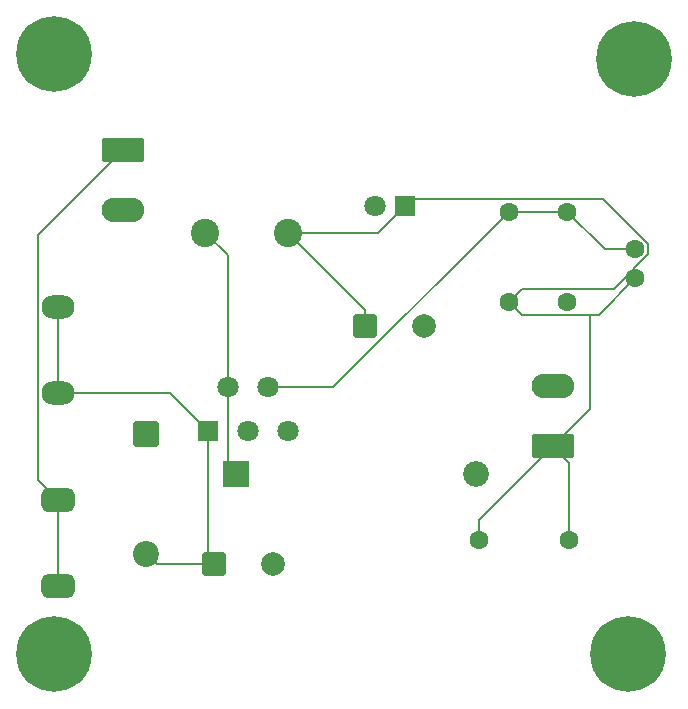
<source format=gbr>
%TF.GenerationSoftware,KiCad,Pcbnew,9.0.4*%
%TF.CreationDate,2025-10-25T17:12:59+05:30*%
%TF.ProjectId,Buck,4275636b-2e6b-4696-9361-645f70636258,rev?*%
%TF.SameCoordinates,Original*%
%TF.FileFunction,Copper,L1,Top*%
%TF.FilePolarity,Positive*%
%FSLAX46Y46*%
G04 Gerber Fmt 4.6, Leading zero omitted, Abs format (unit mm)*
G04 Created by KiCad (PCBNEW 9.0.4) date 2025-10-25 17:12:59*
%MOMM*%
%LPD*%
G01*
G04 APERTURE LIST*
G04 Aperture macros list*
%AMRoundRect*
0 Rectangle with rounded corners*
0 $1 Rounding radius*
0 $2 $3 $4 $5 $6 $7 $8 $9 X,Y pos of 4 corners*
0 Add a 4 corners polygon primitive as box body*
4,1,4,$2,$3,$4,$5,$6,$7,$8,$9,$2,$3,0*
0 Add four circle primitives for the rounded corners*
1,1,$1+$1,$2,$3*
1,1,$1+$1,$4,$5*
1,1,$1+$1,$6,$7*
1,1,$1+$1,$8,$9*
0 Add four rect primitives between the rounded corners*
20,1,$1+$1,$2,$3,$4,$5,0*
20,1,$1+$1,$4,$5,$6,$7,0*
20,1,$1+$1,$6,$7,$8,$9,0*
20,1,$1+$1,$8,$9,$2,$3,0*%
G04 Aperture macros list end*
%TA.AperFunction,ComponentPad*%
%ADD10RoundRect,0.250000X-0.750000X-0.750000X0.750000X-0.750000X0.750000X0.750000X-0.750000X0.750000X0*%
%TD*%
%TA.AperFunction,ComponentPad*%
%ADD11C,2.000000*%
%TD*%
%TA.AperFunction,ComponentPad*%
%ADD12R,2.184400X2.184400*%
%TD*%
%TA.AperFunction,ComponentPad*%
%ADD13C,2.184400*%
%TD*%
%TA.AperFunction,ComponentPad*%
%ADD14RoundRect,0.249999X-0.850001X0.850001X-0.850001X-0.850001X0.850001X-0.850001X0.850001X0.850001X0*%
%TD*%
%TA.AperFunction,ComponentPad*%
%ADD15C,2.200000*%
%TD*%
%TA.AperFunction,ComponentPad*%
%ADD16R,1.800000X1.800000*%
%TD*%
%TA.AperFunction,ComponentPad*%
%ADD17C,1.800000*%
%TD*%
%TA.AperFunction,ComponentPad*%
%ADD18RoundRect,0.249999X-1.550001X0.790001X-1.550001X-0.790001X1.550001X-0.790001X1.550001X0.790001X0*%
%TD*%
%TA.AperFunction,ComponentPad*%
%ADD19O,3.600000X2.080000*%
%TD*%
%TA.AperFunction,ComponentPad*%
%ADD20RoundRect,0.249999X1.550001X-0.790001X1.550001X0.790001X-1.550001X0.790001X-1.550001X-0.790001X0*%
%TD*%
%TA.AperFunction,ComponentPad*%
%ADD21C,1.600000*%
%TD*%
%TA.AperFunction,ComponentPad*%
%ADD22C,2.400000*%
%TD*%
%TA.AperFunction,ComponentPad*%
%ADD23C,6.400000*%
%TD*%
%TA.AperFunction,ComponentPad*%
%ADD24RoundRect,0.500000X0.900000X-0.500000X0.900000X0.500000X-0.900000X0.500000X-0.900000X-0.500000X0*%
%TD*%
%TA.AperFunction,ComponentPad*%
%ADD25O,2.800000X2.000000*%
%TD*%
%TA.AperFunction,Conductor*%
%ADD26C,0.200000*%
%TD*%
G04 APERTURE END LIST*
D10*
%TO.P,C1,1*%
%TO.N,Net-(D1-A)*%
X166043600Y-97332800D03*
D11*
%TO.P,C1,2*%
%TO.N,GND*%
X171043600Y-97332800D03*
%TD*%
D10*
%TO.P,C3,1*%
%TO.N,Net-(D2-K)*%
X178835923Y-77114400D03*
D11*
%TO.P,C3,2*%
%TO.N,GND*%
X183835923Y-77114400D03*
%TD*%
D12*
%TO.P,CR1,1*%
%TO.N,Net-(U1-OUT)*%
X167932100Y-89662000D03*
D13*
%TO.P,CR1,2*%
%TO.N,GND*%
X188252100Y-89662000D03*
%TD*%
D14*
%TO.P,D1,1,K*%
%TO.N,GND*%
X160274000Y-86258400D03*
D15*
%TO.P,D1,2,A*%
%TO.N,Net-(D1-A)*%
X160274000Y-96418400D03*
%TD*%
D16*
%TO.P,D2,1,K*%
%TO.N,Net-(D2-K)*%
X182224600Y-66954400D03*
D17*
%TO.P,D2,2,A*%
%TO.N,GND*%
X179684600Y-66954400D03*
%TD*%
D18*
%TO.P,J1,1,Pin_1*%
%TO.N,Net-(J1-Pin_1)*%
X158343600Y-62230000D03*
D19*
%TO.P,J1,2,Pin_2*%
%TO.N,GND*%
X158343600Y-67310000D03*
%TD*%
D20*
%TO.P,J2,1,Pin_1*%
%TO.N,Net-(D2-K)*%
X194698100Y-87330200D03*
D19*
%TO.P,J2,2,Pin_2*%
%TO.N,GND*%
X194698100Y-82250200D03*
%TD*%
D21*
%TO.P,R1,1*%
%TO.N,GND*%
X195935600Y-75082400D03*
%TO.P,R1,2*%
%TO.N,Net-(U1-FB)*%
X195935600Y-67462400D03*
%TD*%
D16*
%TO.P,U1,1,VIN*%
%TO.N,Net-(D1-A)*%
X165512000Y-86046800D03*
D17*
%TO.P,U1,2,OUT*%
%TO.N,Net-(U1-OUT)*%
X167212000Y-82346800D03*
%TO.P,U1,3,GND*%
%TO.N,GND*%
X168912000Y-86046800D03*
%TO.P,U1,4,FB*%
%TO.N,Net-(U1-FB)*%
X170612000Y-82346800D03*
%TO.P,U1,5,~{ON}/OFF*%
%TO.N,GND*%
X172312000Y-86046800D03*
%TD*%
D22*
%TO.P,L1,1*%
%TO.N,Net-(U1-OUT)*%
X165308400Y-69240400D03*
%TO.P,L1,2*%
%TO.N,Net-(D2-K)*%
X172308400Y-69240400D03*
%TD*%
D23*
%TO.P,REF\u002A\u002A,1*%
%TO.N,N/C*%
X152501600Y-104902000D03*
%TD*%
%TO.P,REF\u002A\u002A,1*%
%TO.N,N/C*%
X201574400Y-54508400D03*
%TD*%
D21*
%TO.P,R3,1*%
%TO.N,Net-(D2-K)*%
X196088000Y-95300800D03*
%TO.P,R3,2*%
X188468000Y-95300800D03*
%TD*%
D23*
%TO.P,REF\u002A\u002A,1*%
%TO.N,N/C*%
X152501600Y-54152800D03*
%TD*%
%TO.P,REF\u002A\u002A,1*%
%TO.N,N/C*%
X201117200Y-104952800D03*
%TD*%
D21*
%TO.P,C2,1*%
%TO.N,Net-(U1-FB)*%
X201676000Y-70632000D03*
%TO.P,C2,2*%
%TO.N,Net-(D2-K)*%
X201676000Y-73132000D03*
%TD*%
D24*
%TO.P,F1,1*%
%TO.N,Net-(J1-Pin_1)*%
X152857200Y-99161600D03*
X152857200Y-91891600D03*
D25*
%TO.P,F1,2*%
%TO.N,Net-(D1-A)*%
X152857200Y-82811600D03*
X152857200Y-75541600D03*
%TD*%
D21*
%TO.P,R2,1*%
%TO.N,Net-(U1-FB)*%
X191008000Y-67462400D03*
%TO.P,R2,2*%
%TO.N,Net-(D2-K)*%
X191008000Y-75082400D03*
%TD*%
D26*
%TO.N,Net-(D1-A)*%
X152857200Y-82811600D02*
X152857200Y-75541600D01*
X162276800Y-82811600D02*
X152857200Y-82811600D01*
X165512000Y-86046800D02*
X162276800Y-82811600D01*
%TO.N,Net-(J1-Pin_1)*%
X151156200Y-69417400D02*
X158343600Y-62230000D01*
X151156200Y-90190600D02*
X151156200Y-69417400D01*
X152857200Y-91891600D02*
X151156200Y-90190600D01*
X152857200Y-99161600D02*
X152857200Y-91891600D01*
%TO.N,Net-(D2-K)*%
X192109000Y-73981400D02*
X191008000Y-75082400D01*
X199883650Y-73981400D02*
X192109000Y-73981400D01*
X202777000Y-70175950D02*
X202777000Y-71088050D01*
X182817600Y-66361400D02*
X198962450Y-66361400D01*
X182224600Y-66954400D02*
X182817600Y-66361400D01*
X198962450Y-66361400D02*
X202777000Y-70175950D01*
X202777000Y-71088050D02*
X199883650Y-73981400D01*
X194698100Y-87330200D02*
X197866000Y-84162300D01*
X197866000Y-76200000D02*
X192125600Y-76200000D01*
X197866000Y-84162300D02*
X197866000Y-76200000D01*
X198608000Y-76200000D02*
X197866000Y-76200000D01*
X196088000Y-88720100D02*
X194698100Y-87330200D01*
X196088000Y-95300800D02*
X196088000Y-88720100D01*
X188468000Y-93560300D02*
X194698100Y-87330200D01*
X188468000Y-95300800D02*
X188468000Y-93560300D01*
%TO.N,Net-(D1-A)*%
X161188400Y-97332800D02*
X160274000Y-96418400D01*
X166043600Y-97332800D02*
X161188400Y-97332800D01*
X165512000Y-96801200D02*
X166043600Y-97332800D01*
X165512000Y-86046800D02*
X165512000Y-96801200D01*
%TO.N,Net-(U1-FB)*%
X176123600Y-82346800D02*
X170612000Y-82346800D01*
X191008000Y-67462400D02*
X176123600Y-82346800D01*
X195935600Y-67462400D02*
X191008000Y-67462400D01*
%TO.N,Net-(D2-K)*%
X201676000Y-73132000D02*
X198608000Y-76200000D01*
X192125600Y-76200000D02*
X191008000Y-75082400D01*
%TO.N,Net-(U1-FB)*%
X199105200Y-70632000D02*
X195935600Y-67462400D01*
X201676000Y-70632000D02*
X199105200Y-70632000D01*
%TO.N,Net-(D2-K)*%
X179938600Y-69240400D02*
X182224600Y-66954400D01*
X172308400Y-69240400D02*
X179938600Y-69240400D01*
X178835923Y-75767923D02*
X172308400Y-69240400D01*
X178835923Y-77114400D02*
X178835923Y-75767923D01*
%TO.N,Net-(U1-OUT)*%
X167212000Y-71144000D02*
X165308400Y-69240400D01*
X167212000Y-82346800D02*
X167212000Y-71144000D01*
X167932100Y-89662000D02*
X167212000Y-88941900D01*
X167212000Y-88941900D02*
X167212000Y-82346800D01*
%TD*%
M02*

</source>
